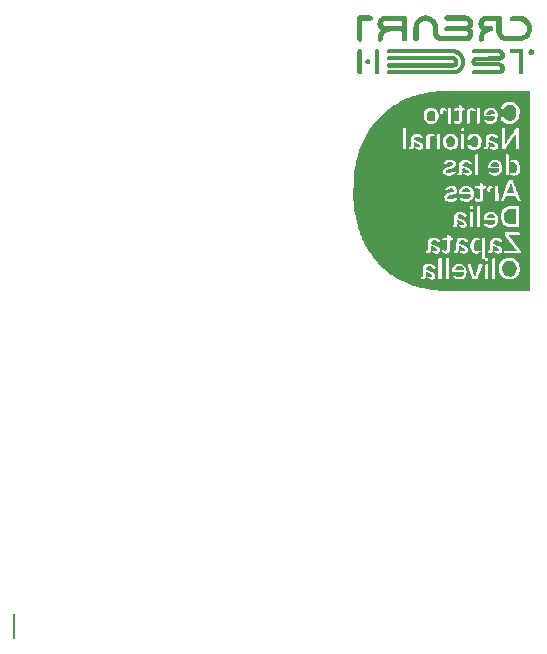
<source format=gbo>
G04 Layer: BottomSilkscreenLayer*
G04 EasyEDA v6.5.54, 2026-02-11 12:30:12*
G04 eb789f6f9b4241e9a458f17a6f4b8d6f,92e600de7ff74937a4e092c024f19ce6,10*
G04 Gerber Generator version 0.2*
G04 Scale: 100 percent, Rotated: No, Reflected: No *
G04 Dimensions in millimeters *
G04 leading zeros omitted , absolute positions ,4 integer and 5 decimal *
%FSLAX45Y45*%
%MOMM*%

%ADD10C,0.1270*%
%ADD11C,0.0150*%

%LPD*%
G36*
X-3487674Y8128253D02*
G01*
X-3500272Y8127339D01*
X-3507232Y8123783D01*
X-3512972Y8117027D01*
X-3512972Y8115757D01*
X-3515360Y8111490D01*
X-3515360Y7921853D01*
X-3511956Y7915402D01*
X-3506978Y7909864D01*
X-3502609Y7907375D01*
X-3494887Y7905546D01*
X-3489350Y7906308D01*
X-3483508Y7908290D01*
X-3478631Y7912303D01*
X-3476091Y7914944D01*
X-3472230Y7922920D01*
X-3471672Y8081873D01*
X-3470300Y8083296D01*
X-3401364Y8083803D01*
X-3394100Y8086852D01*
X-3387953Y8092592D01*
X-3384397Y8099806D01*
X-3384346Y8111490D01*
X-3387648Y8118449D01*
X-3392830Y8123529D01*
X-3398164Y8126577D01*
X-3406698Y8128152D01*
G37*
G36*
X-2934766Y8128152D02*
G01*
X-2946501Y8127187D01*
X-2956052Y8126120D01*
X-2972054Y8121243D01*
X-2976829Y8118703D01*
X-2978556Y8118703D01*
X-2981096Y8116722D01*
X-2993339Y8110016D01*
X-3002940Y8102193D01*
X-3009747Y8096046D01*
X-3020009Y8083803D01*
X-3022142Y8080654D01*
X-3027172Y8071561D01*
X-3028442Y8068868D01*
X-3029915Y8067141D01*
X-3032607Y8059826D01*
X-3033979Y8054441D01*
X-3035096Y8052308D01*
X-3037941Y8041182D01*
X-3039364Y8020405D01*
X-3039414Y7930235D01*
X-3038297Y7922006D01*
X-3035046Y7916265D01*
X-3030474Y7911541D01*
X-3023819Y7908188D01*
X-3016961Y7907121D01*
X-3010001Y7908340D01*
X-3004667Y7911033D01*
X-2999536Y7915859D01*
X-2995472Y7922920D01*
X-2994914Y8030565D01*
X-2992424Y8040116D01*
X-2989224Y8049463D01*
X-2987751Y8050631D01*
X-2987751Y8051901D01*
X-2982722Y8059267D01*
X-2977388Y8065668D01*
X-2972562Y8070088D01*
X-2967126Y8074456D01*
X-2957626Y8079333D01*
X-2946704Y8082432D01*
X-2934919Y8083753D01*
X-2923032Y8082483D01*
X-2912110Y8079282D01*
X-2902813Y8074406D01*
X-2895193Y8068614D01*
X-2890012Y8063484D01*
X-2884525Y8056625D01*
X-2879547Y8047075D01*
X-2876397Y8037779D01*
X-2874619Y8024164D01*
X-2874924Y7991449D01*
X-2873146Y7969300D01*
X-2870555Y7961630D01*
X-2870555Y7960207D01*
X-2868472Y7955991D01*
X-2868371Y7954365D01*
X-2864205Y7946898D01*
X-2862630Y7943443D01*
X-2853893Y7932521D01*
X-2849321Y7928102D01*
X-2841091Y7921853D01*
X-2829560Y7915249D01*
X-2826613Y7914538D01*
X-2825546Y7913725D01*
X-2818688Y7911947D01*
X-2816606Y7910830D01*
X-2806395Y7909255D01*
X-2772816Y7908493D01*
X-2596540Y7908645D01*
X-2585313Y7909814D01*
X-2582113Y7910525D01*
X-2572004Y7913776D01*
X-2563469Y7918246D01*
X-2558186Y7921853D01*
X-2548737Y7930388D01*
X-2542184Y7938617D01*
X-2536698Y7949590D01*
X-2533954Y7958124D01*
X-2532075Y7967167D01*
X-2532075Y7984185D01*
X-2535021Y7995005D01*
X-2537206Y8000187D01*
X-2540508Y8007096D01*
X-2546553Y8016138D01*
X-2547772Y8018475D01*
X-2543708Y8023606D01*
X-2539796Y8029600D01*
X-2539796Y8030565D01*
X-2538069Y8033715D01*
X-2534970Y8041182D01*
X-2532176Y8052358D01*
X-2531770Y8065719D01*
X-2533294Y8074761D01*
X-2534869Y8081162D01*
X-2537561Y8088579D01*
X-2543505Y8099247D01*
X-2550718Y8107832D01*
X-2558694Y8114741D01*
X-2563672Y8118144D01*
X-2566568Y8119262D01*
X-2569413Y8121294D01*
X-2583180Y8126018D01*
X-2592781Y8127492D01*
X-2758998Y8127492D01*
X-2765247Y8125104D01*
X-2770784Y8121294D01*
X-2774543Y8116316D01*
X-2776931Y8110981D01*
X-2777490Y8102447D01*
X-2774696Y8094573D01*
X-2770276Y8088833D01*
X-2768041Y8087664D01*
X-2765907Y8085836D01*
X-2760065Y8083296D01*
X-2592781Y8082737D01*
X-2586990Y8080298D01*
X-2582672Y8076895D01*
X-2580335Y8074304D01*
X-2577642Y8069325D01*
X-2575966Y8061452D01*
X-2577693Y8053984D01*
X-2579624Y8049717D01*
X-2584246Y8044840D01*
X-2590139Y8041640D01*
X-2592781Y8040674D01*
X-2758440Y8040116D01*
X-2765399Y8037779D01*
X-2771952Y8032902D01*
X-2775153Y8027873D01*
X-2777490Y8020964D01*
X-2776931Y8012430D01*
X-2774086Y8006029D01*
X-2770428Y8001609D01*
X-2765399Y7997952D01*
X-2757932Y7995361D01*
X-2591714Y7994853D01*
X-2585567Y7991805D01*
X-2579166Y7985912D01*
X-2577947Y7983677D01*
X-2576169Y7975650D01*
X-2576982Y7969300D01*
X-2578455Y7964982D01*
X-2581859Y7960055D01*
X-2586380Y7956346D01*
X-2589936Y7954568D01*
X-2597962Y7953044D01*
X-2752039Y7953146D01*
X-2805328Y7953908D01*
X-2810662Y7955838D01*
X-2816504Y7958632D01*
X-2824480Y7966709D01*
X-2826816Y7969910D01*
X-2827578Y7973009D01*
X-2829814Y7977276D01*
X-2830474Y8030565D01*
X-2832150Y8039049D01*
X-2832862Y8046516D01*
X-2834436Y8050784D01*
X-2839059Y8065160D01*
X-2846628Y8079333D01*
X-2849016Y8082737D01*
X-2858770Y8095030D01*
X-2864459Y8100364D01*
X-2875940Y8109813D01*
X-2890012Y8117789D01*
X-2896412Y8120735D01*
X-2911856Y8125561D01*
X-2917698Y8126628D01*
G37*
G36*
X-2309926Y8126120D02*
G01*
X-2429256Y8125866D01*
X-2439365Y8123529D01*
X-2447391Y8120786D01*
X-2458567Y8114842D01*
X-2465984Y8108848D01*
X-2470861Y8104073D01*
X-2476804Y8096605D01*
X-2481732Y8087868D01*
X-2484221Y8082178D01*
X-2485593Y8076336D01*
X-2487015Y8074202D01*
X-2488234Y8056981D01*
X-2487015Y8044535D01*
X-2486101Y8042757D01*
X-2484323Y8035848D01*
X-2482951Y8033715D01*
X-2481224Y8028584D01*
X-2473147Y8016392D01*
X-2465476Y8008620D01*
X-2460498Y8004657D01*
X-2460142Y8002320D01*
X-2461768Y7999628D01*
X-2465171Y7995869D01*
X-2469642Y7989519D01*
X-2472994Y7985252D01*
X-2478989Y7973009D01*
X-2484526Y7956499D01*
X-2487117Y7942630D01*
X-2487269Y7923479D01*
X-2483459Y7916011D01*
X-2479040Y7911033D01*
X-2473401Y7907883D01*
X-2466086Y7906003D01*
X-2458567Y7907324D01*
X-2452166Y7910271D01*
X-2447696Y7914640D01*
X-2444800Y7919212D01*
X-2443429Y7923784D01*
X-2441244Y7945831D01*
X-2439162Y7951165D01*
X-2437942Y7955991D01*
X-2436977Y7957108D01*
X-2432253Y7966709D01*
X-2427122Y7972958D01*
X-2424480Y7975803D01*
X-2417622Y7981442D01*
X-2408986Y7986420D01*
X-2403144Y7987842D01*
X-2397506Y7989773D01*
X-2380234Y7991957D01*
X-2374950Y7993125D01*
X-2369362Y7996224D01*
X-2364943Y8001253D01*
X-2361692Y8008162D01*
X-2361590Y8019897D01*
X-2364892Y8026806D01*
X-2369718Y8032140D01*
X-2376525Y8035493D01*
X-2378659Y8036306D01*
X-2426614Y8036966D01*
X-2432913Y8039506D01*
X-2440432Y8047075D01*
X-2444089Y8056321D01*
X-2443378Y8063890D01*
X-2440787Y8070189D01*
X-2437790Y8074202D01*
X-2434132Y8077403D01*
X-2430475Y8079943D01*
X-2424988Y8081416D01*
X-2337562Y8081416D01*
X-2335834Y8080095D01*
X-2335479Y7985252D01*
X-2331618Y7969808D01*
X-2329484Y7963966D01*
X-2327198Y7959140D01*
X-2326182Y7957566D01*
X-2324049Y7952790D01*
X-2315819Y7940548D01*
X-2305100Y7929880D01*
X-2294026Y7921701D01*
X-2281732Y7915402D01*
X-2267864Y7910880D01*
X-2255062Y7908645D01*
X-2141626Y7908188D01*
X-2116124Y7910931D01*
X-2098497Y7916418D01*
X-2083562Y7924088D01*
X-2079345Y7926527D01*
X-2063851Y7939582D01*
X-2053031Y7952333D01*
X-2047748Y7960207D01*
X-2039620Y7976209D01*
X-2039620Y7977428D01*
X-2034336Y7993278D01*
X-2033016Y8004454D01*
X-2032965Y8024672D01*
X-2034438Y8037423D01*
X-2039670Y8053425D01*
X-2042414Y8060385D01*
X-2043226Y8061452D01*
X-2047748Y8069935D01*
X-2049729Y8072475D01*
X-2049729Y8073745D01*
X-2063038Y8089798D01*
X-2072386Y8097621D01*
X-2078888Y8103616D01*
X-2096922Y8113268D01*
X-2113381Y8118602D01*
X-2121916Y8120227D01*
X-2140000Y8121954D01*
X-2205532Y8121650D01*
X-2213559Y8117789D01*
X-2220061Y8110829D01*
X-2222957Y8103412D01*
X-2222550Y8093913D01*
X-2219706Y8087766D01*
X-2213508Y8081264D01*
X-2207666Y8078622D01*
X-2204466Y8077504D01*
X-2132025Y8076742D01*
X-2124557Y8075625D01*
X-2114143Y8072272D01*
X-2106980Y8068513D01*
X-2100630Y8064195D01*
X-2093722Y8058353D01*
X-2086102Y8048650D01*
X-2080209Y8037474D01*
X-2079447Y8033715D01*
X-2077974Y8030870D01*
X-2076754Y8015071D01*
X-2077923Y7999577D01*
X-2079904Y7994853D01*
X-2080564Y7991551D01*
X-2083816Y7986318D01*
X-2086457Y7981543D01*
X-2091029Y7975549D01*
X-2096160Y7970062D01*
X-2102815Y7964424D01*
X-2112619Y7958886D01*
X-2126691Y7954213D01*
X-2143760Y7952943D01*
X-2254554Y7953349D01*
X-2264816Y7956702D01*
X-2270506Y7959598D01*
X-2273554Y7961833D01*
X-2281580Y7969300D01*
X-2286203Y7976209D01*
X-2288794Y7982051D01*
X-2290013Y7986877D01*
X-2291588Y7990890D01*
X-2291588Y8102447D01*
X-2292553Y8111134D01*
X-2296007Y8117382D01*
X-2299309Y8120888D01*
X-2304237Y8124088D01*
G37*
G36*
X-3112160Y8126069D02*
G01*
X-3284728Y8125815D01*
X-3292703Y8124088D01*
X-3296970Y8122920D01*
X-3301237Y8121243D01*
X-3313328Y8115249D01*
X-3322015Y8108340D01*
X-3328212Y8101990D01*
X-3330295Y8098180D01*
X-3333445Y8093405D01*
X-3335172Y8089646D01*
X-3336493Y8088071D01*
X-3339744Y8079536D01*
X-3341979Y8072577D01*
X-3343000Y8060436D01*
X-3299307Y8060436D01*
X-3297986Y8066887D01*
X-3293516Y8074202D01*
X-3289554Y8077403D01*
X-3285286Y8079892D01*
X-3279444Y8081416D01*
X-3140354Y8081416D01*
X-3137712Y8080044D01*
X-3137509Y8039404D01*
X-3139643Y8036661D01*
X-3279089Y8036661D01*
X-3286963Y8039150D01*
X-3291840Y8042554D01*
X-3295497Y8047075D01*
X-3298342Y8052663D01*
X-3299307Y8060436D01*
X-3343000Y8060436D01*
X-3343148Y8058759D01*
X-3342436Y8048244D01*
X-3339896Y8038439D01*
X-3336544Y8030006D01*
X-3325926Y8013293D01*
X-3321405Y8009229D01*
X-3315868Y8005013D01*
X-3315868Y8003743D01*
X-3315309Y8002219D01*
X-3321456Y7994700D01*
X-3328162Y7985556D01*
X-3329584Y7981543D01*
X-3334512Y7971790D01*
X-3334562Y7970367D01*
X-3335985Y7967522D01*
X-3339795Y7954365D01*
X-3340506Y7948523D01*
X-3341522Y7945018D01*
X-3342386Y7930388D01*
X-3341522Y7922920D01*
X-3339134Y7917637D01*
X-3335883Y7913268D01*
X-3331616Y7909966D01*
X-3326282Y7907223D01*
X-3318154Y7906562D01*
X-3312414Y7907883D01*
X-3307486Y7910525D01*
X-3302152Y7916011D01*
X-3299256Y7921599D01*
X-3296716Y7945374D01*
X-3293973Y7953857D01*
X-3289706Y7962341D01*
X-3286302Y7967827D01*
X-3279394Y7975752D01*
X-3271926Y7981594D01*
X-3263950Y7986318D01*
X-3248761Y7990281D01*
X-3236061Y7991906D01*
X-3140202Y7991906D01*
X-3137712Y7989874D01*
X-3137154Y7922920D01*
X-3133547Y7916214D01*
X-3129432Y7911998D01*
X-3123692Y7908340D01*
X-3118561Y7907172D01*
X-3111093Y7907172D01*
X-3107893Y7908188D01*
X-3103067Y7910372D01*
X-3097022Y7916062D01*
X-3093516Y7923479D01*
X-3093516Y8109356D01*
X-3097123Y8117128D01*
X-3103524Y8123072D01*
X-3108401Y8125256D01*
G37*
G36*
X-2205532Y7845958D02*
G01*
X-2211984Y7844536D01*
X-2216912Y7841640D01*
X-2220823Y7837322D01*
X-2223516Y7831480D01*
X-2223516Y7822285D01*
X-2220163Y7815732D01*
X-2215489Y7811414D01*
X-2210866Y7808925D01*
X-2148535Y7808671D01*
X-2146401Y7808214D01*
X-2145080Y7805978D01*
X-2145080Y7651800D01*
X-2144014Y7643368D01*
X-2141880Y7638948D01*
X-2138222Y7634681D01*
X-2131517Y7631023D01*
X-2121357Y7631023D01*
X-2115820Y7633970D01*
X-2112111Y7637221D01*
X-2108860Y7643012D01*
X-2107996Y7650225D01*
X-2108047Y7831836D01*
X-2110689Y7837170D01*
X-2114854Y7841691D01*
X-2118614Y7844028D01*
X-2125116Y7845907D01*
G37*
G36*
X-3349853Y7843824D02*
G01*
X-3355949Y7841132D01*
X-3359607Y7838338D01*
X-3363468Y7832598D01*
X-3364331Y7828127D01*
X-3364382Y7643164D01*
X-3363264Y7637475D01*
X-3359302Y7631684D01*
X-3350768Y7627518D01*
X-3340100Y7627924D01*
X-3332378Y7631988D01*
X-3328415Y7638491D01*
X-3328415Y7831836D01*
X-3331616Y7837373D01*
X-3336950Y7841742D01*
X-3340658Y7842758D01*
X-3342233Y7843824D01*
G37*
G36*
X-3498138Y7843824D02*
G01*
X-3504742Y7840827D01*
X-3508857Y7836255D01*
X-3511397Y7830616D01*
X-3512413Y7824419D01*
X-3512464Y7644282D01*
X-3509772Y7635849D01*
X-3506114Y7630871D01*
X-3499916Y7627874D01*
X-3488182Y7627874D01*
X-3481273Y7631684D01*
X-3477920Y7636052D01*
X-3475685Y7641996D01*
X-3475685Y7828635D01*
X-3477564Y7833461D01*
X-3480054Y7837881D01*
X-3485032Y7841640D01*
X-3490315Y7843774D01*
G37*
G36*
X-2310993Y7843723D02*
G01*
X-2528316Y7843570D01*
X-2535326Y7840268D01*
X-2539644Y7835747D01*
X-2542641Y7830261D01*
X-2543098Y7821523D01*
X-2539898Y7814818D01*
X-2535834Y7810144D01*
X-2532075Y7808569D01*
X-2526741Y7806893D01*
X-2310485Y7806283D01*
X-2307285Y7804505D01*
X-2303424Y7800441D01*
X-2301494Y7796682D01*
X-2301443Y7789265D01*
X-2304846Y7783931D01*
X-2310333Y7780172D01*
X-2511298Y7779613D01*
X-2520086Y7777276D01*
X-2526588Y7773974D01*
X-2532075Y7770215D01*
X-2537714Y7764729D01*
X-2542997Y7757109D01*
X-2542997Y7756499D01*
X-2545537Y7750911D01*
X-2547874Y7741564D01*
X-2547467Y7732268D01*
X-2545537Y7723886D01*
X-2543200Y7718907D01*
X-2539593Y7712608D01*
X-2533396Y7706004D01*
X-2527808Y7701686D01*
X-2520035Y7697825D01*
X-2511806Y7695539D01*
X-2311552Y7694980D01*
X-2309368Y7693914D01*
X-2304338Y7690713D01*
X-2304338Y7689596D01*
X-2301443Y7685379D01*
X-2301443Y7677912D01*
X-2304846Y7672070D01*
X-2310333Y7668310D01*
X-2530449Y7667802D01*
X-2533904Y7665923D01*
X-2535478Y7665923D01*
X-2541981Y7660538D01*
X-2545334Y7653934D01*
X-2545384Y7644333D01*
X-2541930Y7637729D01*
X-2537409Y7633309D01*
X-2531516Y7630515D01*
X-2309418Y7630515D01*
X-2298242Y7633004D01*
X-2288489Y7637678D01*
X-2279954Y7644079D01*
X-2274773Y7650225D01*
X-2272080Y7653934D01*
X-2268524Y7660284D01*
X-2266442Y7666177D01*
X-2265019Y7671511D01*
X-2263698Y7680756D01*
X-2264359Y7686446D01*
X-2265883Y7696301D01*
X-2267458Y7698689D01*
X-2268220Y7702397D01*
X-2270810Y7706410D01*
X-2270810Y7707274D01*
X-2274214Y7711998D01*
X-2279294Y7717993D01*
X-2287676Y7724394D01*
X-2295652Y7728661D01*
X-2307793Y7732166D01*
X-2506472Y7732775D01*
X-2509926Y7734858D01*
X-2510383Y7736078D01*
X-2509672Y7739380D01*
X-2507284Y7742123D01*
X-2321153Y7742123D01*
X-2305050Y7743139D01*
X-2293772Y7746898D01*
X-2287016Y7750860D01*
X-2281174Y7755128D01*
X-2276297Y7759953D01*
X-2271522Y7766354D01*
X-2266543Y7776514D01*
X-2263851Y7790942D01*
X-2263851Y7796225D01*
X-2265578Y7806283D01*
X-2270302Y7817205D01*
X-2271522Y7819593D01*
X-2278786Y7828737D01*
X-2283866Y7832953D01*
X-2287828Y7835900D01*
X-2298242Y7841030D01*
X-2308352Y7843316D01*
G37*
G36*
X-2041499Y7842250D02*
G01*
X-2048154Y7841132D01*
X-2054504Y7837830D01*
X-2060752Y7831328D01*
X-2063597Y7825536D01*
X-2064867Y7817662D01*
X-2063597Y7810246D01*
X-2060244Y7804150D01*
X-2055875Y7799527D01*
X-2050491Y7796072D01*
X-2046782Y7794904D01*
X-2039670Y7793583D01*
X-2031339Y7795412D01*
X-2026564Y7797698D01*
X-2021433Y7802473D01*
X-2018233Y7807248D01*
X-2016150Y7812684D01*
X-2015489Y7819136D01*
X-2017725Y7827924D01*
X-2020722Y7832902D01*
X-2026208Y7838236D01*
X-2031949Y7841132D01*
X-2037740Y7842097D01*
G37*
G36*
X-2702509Y7842097D02*
G01*
X-3250082Y7841996D01*
X-3256483Y7838287D01*
X-3260496Y7833969D01*
X-3262884Y7829194D01*
X-3262884Y7818526D01*
X-3260293Y7813243D01*
X-3256788Y7809382D01*
X-3249472Y7806029D01*
X-2701442Y7805724D01*
X-2689148Y7803489D01*
X-2680157Y7800644D01*
X-2668981Y7795107D01*
X-2662224Y7790027D01*
X-2661767Y7790027D01*
X-2655265Y7783931D01*
X-2648153Y7775397D01*
X-2645054Y7770622D01*
X-2641041Y7763002D01*
X-2636774Y7750251D01*
X-2635402Y7738618D01*
X-2635402Y7730642D01*
X-2636774Y7719110D01*
X-2640330Y7708290D01*
X-2644394Y7700264D01*
X-2649372Y7692288D01*
X-2656179Y7684770D01*
X-2665882Y7676642D01*
X-2672689Y7672679D01*
X-2680970Y7668615D01*
X-2682087Y7668615D01*
X-2690063Y7665872D01*
X-2703576Y7664145D01*
X-3250082Y7663535D01*
X-3255111Y7660944D01*
X-3258870Y7657896D01*
X-3262884Y7650734D01*
X-3262884Y7640116D01*
X-3260344Y7634884D01*
X-3257143Y7631277D01*
X-3250641Y7627823D01*
X-2701442Y7627569D01*
X-2690317Y7628636D01*
X-2675890Y7631277D01*
X-2665780Y7634325D01*
X-2655620Y7639405D01*
X-2647594Y7643875D01*
X-2642260Y7647787D01*
X-2630068Y7657896D01*
X-2625598Y7662976D01*
X-2615895Y7674711D01*
X-2606497Y7693914D01*
X-2602026Y7707731D01*
X-2599994Y7716824D01*
X-2598318Y7733842D01*
X-2599486Y7749286D01*
X-2601061Y7758328D01*
X-2606903Y7776616D01*
X-2609748Y7782306D01*
X-2611018Y7783931D01*
X-2611780Y7786573D01*
X-2615082Y7793481D01*
X-2617825Y7797241D01*
X-2626614Y7808061D01*
X-2636977Y7817002D01*
X-2645511Y7823809D01*
X-2661462Y7832699D01*
X-2666288Y7834884D01*
X-2686558Y7840725D01*
G37*
G36*
X-2706268Y7785150D02*
G01*
X-3248507Y7784998D01*
X-3254705Y7782509D01*
X-3260445Y7776972D01*
X-3262782Y7771688D01*
X-3263290Y7763662D01*
X-3261461Y7757515D01*
X-3256381Y7751368D01*
X-3248964Y7747965D01*
X-2704084Y7747711D01*
X-2698800Y7744256D01*
X-2695905Y7740599D01*
X-2694787Y7735773D01*
X-2695854Y7730337D01*
X-2698699Y7726578D01*
X-2704134Y7723479D01*
X-3245866Y7723428D01*
X-3251453Y7721955D01*
X-3255975Y7719618D01*
X-3259480Y7716266D01*
X-3261969Y7711998D01*
X-3263798Y7705496D01*
X-3262122Y7697470D01*
X-3259175Y7692796D01*
X-3254908Y7689037D01*
X-3248406Y7686192D01*
X-2703576Y7686192D01*
X-2697175Y7687106D01*
X-2689453Y7689392D01*
X-2683306Y7692339D01*
X-2680004Y7694675D01*
X-2679090Y7694726D01*
X-2673756Y7699603D01*
X-2672588Y7700264D01*
X-2665222Y7709357D01*
X-2660142Y7720279D01*
X-2658516Y7729067D01*
X-2657602Y7735874D01*
X-2660091Y7750352D01*
X-2663240Y7757820D01*
X-2665679Y7762087D01*
X-2670454Y7768488D01*
X-2676855Y7774279D01*
X-2680665Y7777073D01*
X-2687624Y7780883D01*
X-2695600Y7783728D01*
G37*
G36*
X-3425393Y7757007D02*
G01*
X-3431489Y7755432D01*
X-3435858Y7753197D01*
X-3440480Y7748930D01*
X-3443274Y7744206D01*
X-3445459Y7737551D01*
X-3445357Y7732877D01*
X-3442512Y7724394D01*
X-3435451Y7717231D01*
X-3428034Y7714488D01*
X-3422954Y7713827D01*
X-3414674Y7716062D01*
X-3409696Y7719263D01*
X-3405886Y7723936D01*
X-3402736Y7731404D01*
X-3402736Y7739481D01*
X-3406190Y7747558D01*
X-3410965Y7752537D01*
X-3416909Y7755940D01*
X-3422700Y7756906D01*
G37*
G36*
X-2053742Y7491425D02*
G01*
X-2751632Y7490002D01*
X-2833827Y7486650D01*
X-2861005Y7482382D01*
X-2887167Y7480401D01*
X-2905658Y7475931D01*
X-2930296Y7473137D01*
X-2942590Y7469936D01*
X-2964180Y7464856D01*
X-2985719Y7460691D01*
X-3008477Y7454442D01*
X-3011932Y7451699D01*
X-3028645Y7448194D01*
X-3032048Y7445349D01*
X-3044240Y7442301D01*
X-3065830Y7434173D01*
X-3076397Y7431024D01*
X-3087319Y7425181D01*
X-3090265Y7425181D01*
X-3145891Y7398867D01*
X-3170529Y7385202D01*
X-3178251Y7381290D01*
X-3201314Y7366253D01*
X-3225952Y7350506D01*
X-3240227Y7339685D01*
X-3248812Y7333538D01*
X-3267557Y7318603D01*
X-3269081Y7316368D01*
X-3286048Y7303211D01*
X-3299709Y7290714D01*
X-2951073Y7290714D01*
X-2945231Y7307325D01*
X-2936595Y7322566D01*
X-2925622Y7333538D01*
X-2906166Y7343851D01*
X-2882544Y7344714D01*
X-2867355Y7343343D01*
X-2859430Y7338161D01*
X-2848051Y7332370D01*
X-2836265Y7318146D01*
X-2831287Y7310272D01*
X-2829522Y7304278D01*
X-2814015Y7304278D01*
X-2814015Y7323632D01*
X-2809849Y7333538D01*
X-2797048Y7345070D01*
X-2785516Y7344664D01*
X-2774035Y7342784D01*
X-2757119Y7330440D01*
X-2755188Y7321753D01*
X-2756916Y7320076D01*
X-2760878Y7322108D01*
X-2768600Y7326579D01*
X-2780284Y7326579D01*
X-2787853Y7319060D01*
X-2787873Y7318705D01*
X-2755493Y7318705D01*
X-2752750Y7320432D01*
X-2749499Y7316470D01*
X-2752090Y7312304D01*
X-2755493Y7318705D01*
X-2787873Y7318705D01*
X-2788310Y7311948D01*
X-2788035Y7305497D01*
X-2747822Y7305497D01*
X-2743962Y7310120D01*
X-2742336Y7340295D01*
X-2740863Y7341666D01*
X-2722168Y7343800D01*
X-2717749Y7338466D01*
X-2716784Y7234986D01*
X-2716923Y7223506D01*
X-2698496Y7223506D01*
X-2698394Y7231888D01*
X-2693873Y7237882D01*
X-2693873Y7243267D01*
X-2690774Y7245146D01*
X-2677414Y7234224D01*
X-2665018Y7234224D01*
X-2656890Y7240625D01*
X-2652318Y7249464D01*
X-2652318Y7318857D01*
X-2659735Y7323683D01*
X-2686100Y7321550D01*
X-2693873Y7326680D01*
X-2693873Y7337602D01*
X-2690469Y7343952D01*
X-2663240Y7341920D01*
X-2652318Y7346442D01*
X-2652318Y7366863D01*
X-2649118Y7372807D01*
X-2646934Y7372603D01*
X-2631541Y7362190D01*
X-2626106Y7357414D01*
X-2626106Y7348423D01*
X-2624277Y7343546D01*
X-2609189Y7343546D01*
X-2602738Y7337094D01*
X-2604820Y7325817D01*
X-2607767Y7322769D01*
X-2625344Y7321194D01*
X-2625445Y7315453D01*
X-2587955Y7315453D01*
X-2583332Y7322769D01*
X-2581249Y7329779D01*
X-2573629Y7337399D01*
X-2572105Y7337399D01*
X-2563723Y7343597D01*
X-2539136Y7344918D01*
X-2533091Y7343190D01*
X-2525268Y7338314D01*
X-2510637Y7326325D01*
X-2510637Y7320127D01*
X-2522169Y7322362D01*
X-2547366Y7322769D01*
X-2555595Y7315047D01*
X-2558775Y7308900D01*
X-2501849Y7308900D01*
X-2501188Y7316571D01*
X-2500376Y7336586D01*
X-2499868Y7339990D01*
X-2491994Y7343546D01*
X-2475382Y7343546D01*
X-2473553Y7340600D01*
X-2473287Y7276134D01*
X-2444394Y7276134D01*
X-2444292Y7295032D01*
X-2438603Y7315962D01*
X-2433624Y7321448D01*
X-2433624Y7324852D01*
X-2419604Y7336332D01*
X-2403602Y7343851D01*
X-2372766Y7344968D01*
X-2363571Y7342327D01*
X-2302510Y7342327D01*
X-2292705Y7362190D01*
X-2272690Y7382967D01*
X-2260346Y7388301D01*
X-2251151Y7393330D01*
X-2203399Y7394244D01*
X-2194153Y7391603D01*
X-2180285Y7384745D01*
X-2166416Y7373620D01*
X-2158492Y7365847D01*
X-2147773Y7350455D01*
X-2139746Y7327392D01*
X-2138121Y7298537D01*
X-2141067Y7272731D01*
X-2147011Y7257643D01*
X-2157882Y7240625D01*
X-2171496Y7226858D01*
X-2184908Y7219035D01*
X-2206091Y7211110D01*
X-2239721Y7211110D01*
X-2260193Y7217714D01*
X-2271166Y7224014D01*
X-2281936Y7231888D01*
X-2284831Y7236510D01*
X-2293467Y7244130D01*
X-2293467Y7247026D01*
X-2297684Y7251903D01*
X-2301036Y7262012D01*
X-2299512Y7265974D01*
X-2285593Y7277608D01*
X-2278176Y7275728D01*
X-2275027Y7264247D01*
X-2263444Y7249058D01*
X-2248763Y7240066D01*
X-2231085Y7235850D01*
X-2214626Y7235748D01*
X-2197658Y7240676D01*
X-2188006Y7247432D01*
X-2178659Y7256525D01*
X-2170531Y7273493D01*
X-2166721Y7296556D01*
X-2166721Y7302753D01*
X-2170176Y7332014D01*
X-2179320Y7350810D01*
X-2188210Y7359700D01*
X-2198776Y7364831D01*
X-2211324Y7369962D01*
X-2241905Y7368743D01*
X-2256180Y7362799D01*
X-2266543Y7353452D01*
X-2275128Y7340346D01*
X-2278837Y7328966D01*
X-2284018Y7327950D01*
X-2302510Y7342327D01*
X-2363571Y7342327D01*
X-2349906Y7335520D01*
X-2331974Y7317130D01*
X-2331974Y7311948D01*
X-2325624Y7301585D01*
X-2322677Y7275525D01*
X-2327148Y7249820D01*
X-2332024Y7240422D01*
X-2339238Y7229805D01*
X-2343505Y7225639D01*
X-2358948Y7215886D01*
X-2371242Y7210704D01*
X-2407513Y7210806D01*
X-2411628Y7214209D01*
X-2426157Y7221931D01*
X-2439771Y7233310D01*
X-2439720Y7239609D01*
X-2427325Y7249871D01*
X-2422855Y7248144D01*
X-2422855Y7245248D01*
X-2407869Y7234529D01*
X-2391156Y7231024D01*
X-2370328Y7233970D01*
X-2355088Y7243775D01*
X-2354986Y7247280D01*
X-2349042Y7259624D01*
X-2348941Y7270953D01*
X-2354529Y7272731D01*
X-2439619Y7272172D01*
X-2444394Y7276134D01*
X-2473287Y7276134D01*
X-2472994Y7216495D01*
X-2475128Y7213041D01*
X-2489454Y7211415D01*
X-2498852Y7214108D01*
X-2501087Y7217714D01*
X-2501849Y7308900D01*
X-2558775Y7308900D01*
X-2559710Y7307122D01*
X-2560574Y7218121D01*
X-2566060Y7212634D01*
X-2574544Y7212330D01*
X-2586837Y7212939D01*
X-2587650Y7213701D01*
X-2587955Y7315453D01*
X-2625445Y7315453D01*
X-2626918Y7234986D01*
X-2633675Y7224166D01*
X-2647848Y7210348D01*
X-2679242Y7210602D01*
X-2698496Y7223506D01*
X-2716923Y7223506D01*
X-2716987Y7218273D01*
X-2721152Y7211872D01*
X-2739085Y7212279D01*
X-2743149Y7217867D01*
X-2743149Y7294372D01*
X-2747822Y7305497D01*
X-2788035Y7305497D01*
X-2787548Y7292848D01*
X-2795168Y7290917D01*
X-2808630Y7293559D01*
X-2814015Y7304278D01*
X-2829522Y7304278D01*
X-2825953Y7291933D01*
X-2824581Y7266482D01*
X-2831084Y7247280D01*
X-2836367Y7236510D01*
X-2845816Y7225030D01*
X-2857601Y7217003D01*
X-2873298Y7210856D01*
X-2904388Y7210856D01*
X-2916377Y7217257D01*
X-2918764Y7217257D01*
X-2932531Y7227265D01*
X-2946450Y7248855D01*
X-2946552Y7256525D01*
X-2950972Y7264247D01*
X-2951073Y7290714D01*
X-3299709Y7290714D01*
X-3313480Y7278116D01*
X-3338372Y7252919D01*
X-3366160Y7221118D01*
X-3379215Y7205167D01*
X-3379215Y7202322D01*
X-3385362Y7196785D01*
X-3385362Y7194143D01*
X-3390747Y7188301D01*
X-3397961Y7177989D01*
X-3403084Y7170064D01*
X-3128619Y7170064D01*
X-3122777Y7172401D01*
X-3104032Y7172604D01*
X-3102000Y7170521D01*
X-3102000Y7149236D01*
X-2636418Y7149236D01*
X-2636113Y7169962D01*
X-2629966Y7172401D01*
X-2611221Y7172604D01*
X-2609189Y7170521D01*
X-2609189Y7148271D01*
X-2614066Y7146442D01*
X-2629001Y7146442D01*
X-2636418Y7149236D01*
X-3102000Y7149236D01*
X-3102000Y6997649D01*
X-3075838Y6997649D01*
X-3075838Y7009536D01*
X-3072638Y7015530D01*
X-3065424Y7015530D01*
X-3061208Y7020559D01*
X-3060801Y7076338D01*
X-3056128Y7098792D01*
X-3048304Y7110628D01*
X-3034792Y7121702D01*
X-3013456Y7124801D01*
X-3002686Y7124496D01*
X-2986125Y7122058D01*
X-2970326Y7113524D01*
X-2954172Y7101382D01*
X-2954172Y7094677D01*
X-2967532Y7081570D01*
X-2984754Y7098334D01*
X-3004464Y7101738D01*
X-3013456Y7101738D01*
X-3023971Y7098741D01*
X-3032658Y7090460D01*
X-3034588Y7080199D01*
X-3029559Y7072477D01*
X-3023616Y7072477D01*
X-3021888Y7069632D01*
X-3010357Y7066025D01*
X-2971139Y7047839D01*
X-2968040Y7047839D01*
X-2968040Y7045045D01*
X-2957728Y7032752D01*
X-2953715Y7018375D01*
X-2958795Y7007707D01*
X-2958795Y7003338D01*
X-2964928Y6997649D01*
X-2927959Y6997649D01*
X-2927959Y7096353D01*
X-2920695Y7111949D01*
X-2907995Y7122007D01*
X-2888691Y7124801D01*
X-2881020Y7124547D01*
X-2868422Y7120991D01*
X-2852775Y7107174D01*
X-2851759Y7100976D01*
X-2858516Y7100011D01*
X-2866491Y7105243D01*
X-2886405Y7103668D01*
X-2896735Y7095794D01*
X-2845003Y7095794D01*
X-2841904Y7099553D01*
X-2840939Y7120991D01*
X-2817723Y7121906D01*
X-2815539Y7119721D01*
X-2815539Y7077913D01*
X-2785516Y7077913D01*
X-2778048Y7094829D01*
X-2769057Y7106412D01*
X-2750616Y7120636D01*
X-2737764Y7123684D01*
X-2716225Y7124090D01*
X-2700832Y7122210D01*
X-2698564Y7120991D01*
X-2636113Y7120991D01*
X-2609189Y7121906D01*
X-2609112Y7089851D01*
X-2581605Y7089851D01*
X-2575763Y7096353D01*
X-2566060Y7110780D01*
X-2548229Y7121601D01*
X-2528316Y7124852D01*
X-2512923Y7124649D01*
X-2496007Y7120128D01*
X-2485237Y7112812D01*
X-2467508Y7095642D01*
X-2467508Y7089292D01*
X-2461615Y7077760D01*
X-2459532Y7053224D01*
X-2462682Y7036308D01*
X-2468016Y7020915D01*
X-2478024Y7009587D01*
X-2482799Y7002373D01*
X-2489200Y6999173D01*
X-2442870Y6999173D01*
X-2442870Y7011822D01*
X-2439162Y7015530D01*
X-2432558Y7015530D01*
X-2427224Y7021423D01*
X-2426360Y7087108D01*
X-2420518Y7103668D01*
X-2408428Y7115809D01*
X-2395677Y7123277D01*
X-2365095Y7124801D01*
X-2348839Y7120280D01*
X-2338933Y7115251D01*
X-2323998Y7104075D01*
X-2319934Y7096252D01*
X-2332837Y7081367D01*
X-2351227Y7097115D01*
X-2373223Y7103668D01*
X-2389733Y7099757D01*
X-2399893Y7089597D01*
X-2398979Y7075068D01*
X-2377389Y7066280D01*
X-2368194Y7061809D01*
X-2358948Y7059675D01*
X-2346604Y7053072D01*
X-2337358Y7047077D01*
X-2326233Y7036308D01*
X-2320950Y7020153D01*
X-2326182Y7003948D01*
X-2332707Y6996988D01*
X-2291689Y6996988D01*
X-2291080Y7170013D01*
X-2284984Y7172401D01*
X-2268067Y7172553D01*
X-2264257Y7170115D01*
X-2263444Y7042505D01*
X-2258212Y7041489D01*
X-2253335Y7050176D01*
X-2247392Y7059422D01*
X-2242210Y7068667D01*
X-2231796Y7082485D01*
X-2209596Y7114844D01*
X-2190750Y7141108D01*
X-2185568Y7150252D01*
X-2168499Y7172604D01*
X-2147570Y7172604D01*
X-2144014Y7168337D01*
X-2144877Y6996938D01*
X-2149500Y6993839D01*
X-2167432Y6994956D01*
X-2170328Y6999325D01*
X-2169922Y7119467D01*
X-2172157Y7124852D01*
X-2174138Y7124750D01*
X-2200300Y7085025D01*
X-2222703Y7053224D01*
X-2227376Y7047077D01*
X-2257501Y7003948D01*
X-2267051Y6993940D01*
X-2286000Y6993940D01*
X-2291689Y6996988D01*
X-2332707Y6996988D01*
X-2333802Y6995820D01*
X-2350719Y6989318D01*
X-2361234Y6989318D01*
X-2380488Y6998462D01*
X-2390343Y7008926D01*
X-2392375Y7017054D01*
X-2388412Y7017054D01*
X-2383586Y7012686D01*
X-2366365Y7009536D01*
X-2351227Y7013397D01*
X-2347417Y7020915D01*
X-2349296Y7031685D01*
X-2359964Y7042912D01*
X-2371598Y7044740D01*
X-2375458Y7049414D01*
X-2378964Y7049414D01*
X-2393442Y7057085D01*
X-2397709Y7057085D01*
X-2403246Y7050989D01*
X-2401112Y7037831D01*
X-2399334Y7023303D01*
X-2404364Y7012736D01*
X-2404364Y7001865D01*
X-2414371Y6994702D01*
X-2438806Y6993585D01*
X-2442870Y6999173D01*
X-2489200Y6999173D01*
X-2499055Y6994245D01*
X-2521915Y6988809D01*
X-2541066Y6992061D01*
X-2560675Y7000494D01*
X-2575560Y7016292D01*
X-2581452Y7027672D01*
X-2579471Y7032853D01*
X-2560015Y7041896D01*
X-2553512Y7028027D01*
X-2537917Y7012431D01*
X-2512110Y7012431D01*
X-2499715Y7020610D01*
X-2489809Y7034784D01*
X-2489809Y7081012D01*
X-2501239Y7098233D01*
X-2519273Y7103313D01*
X-2529890Y7103262D01*
X-2541625Y7100011D01*
X-2553462Y7089343D01*
X-2559913Y7075576D01*
X-2567889Y7075576D01*
X-2575712Y7081723D01*
X-2579573Y7081723D01*
X-2581605Y7089851D01*
X-2609112Y7089851D01*
X-2609291Y6996379D01*
X-2613050Y6993839D01*
X-2633675Y6994804D01*
X-2635097Y6996277D01*
X-2636113Y7120991D01*
X-2698564Y7120991D01*
X-2684576Y7113422D01*
X-2669235Y7095286D01*
X-2669235Y7090460D01*
X-2664764Y7085482D01*
X-2659634Y7060184D01*
X-2664510Y7031380D01*
X-2672740Y7014768D01*
X-2690418Y6997750D01*
X-2707284Y6992416D01*
X-2732633Y6988809D01*
X-2741320Y6993940D01*
X-2744927Y6993940D01*
X-2761284Y7001459D01*
X-2777337Y7019696D01*
X-2785059Y7037831D01*
X-2785516Y7077913D01*
X-2815539Y7077913D01*
X-2815539Y6998817D01*
X-2820416Y6993940D01*
X-2838043Y6993940D01*
X-2841752Y6997649D01*
X-2841752Y7084059D01*
X-2845003Y7095794D01*
X-2896870Y7095693D01*
X-2901797Y7081164D01*
X-2901797Y6995820D01*
X-2906674Y6993940D01*
X-2924302Y6993940D01*
X-2927959Y6997649D01*
X-2964928Y6997649D01*
X-2967228Y6995515D01*
X-2986633Y6989013D01*
X-3007817Y6994245D01*
X-3019653Y7002932D01*
X-3026765Y7015530D01*
X-3021584Y7017512D01*
X-3019552Y7014159D01*
X-3010916Y7010908D01*
X-2989427Y7010908D01*
X-2981858Y7018477D01*
X-2981858Y7030516D01*
X-2987700Y7037831D01*
X-2998063Y7042962D01*
X-3015589Y7050938D01*
X-3017418Y7050938D01*
X-3026308Y7057491D01*
X-3034030Y7055561D01*
X-3034995Y7045553D01*
X-3032810Y7027062D01*
X-3034639Y7011670D01*
X-3038703Y7003643D01*
X-3049727Y6993940D01*
X-3072130Y6993940D01*
X-3075838Y6997649D01*
X-3102000Y6997649D01*
X-3102000Y6995820D01*
X-3106877Y6993940D01*
X-3122777Y6994194D01*
X-3128162Y6996277D01*
X-3128619Y7170064D01*
X-3403084Y7170064D01*
X-3410762Y7157974D01*
X-3419856Y7145985D01*
X-3424631Y7137196D01*
X-3442970Y7105599D01*
X-3459479Y7071715D01*
X-3462274Y7067092D01*
X-3468725Y7053224D01*
X-3479596Y7025538D01*
X-3482390Y7022592D01*
X-3482390Y7017816D01*
X-3487267Y7008571D01*
X-3496157Y6980885D01*
X-3499459Y6971639D01*
X-3507393Y6946646D01*
X-2516886Y6946646D01*
X-2511704Y6952386D01*
X-2494280Y6952386D01*
X-2490622Y6948678D01*
X-2490622Y6948170D01*
X-2256536Y6948170D01*
X-2253081Y6952386D01*
X-2235200Y6952386D01*
X-2230323Y6947509D01*
X-2230323Y6881520D01*
X-2221128Y6881520D01*
X-2216861Y6891528D01*
X-2207818Y6900062D01*
X-2190394Y6906158D01*
X-2181656Y6906158D01*
X-2160981Y6899198D01*
X-2148840Y6887413D01*
X-2141118Y6874205D01*
X-2134514Y6850125D01*
X-2134311Y6820712D01*
X-2139492Y6810857D01*
X-2139492Y6805320D01*
X-2147824Y6788810D01*
X-2161133Y6777126D01*
X-2171547Y6772148D01*
X-2189937Y6770268D01*
X-2205431Y6773976D01*
X-2211070Y6780225D01*
X-2217623Y6782765D01*
X-2219756Y6791198D01*
X-2225700Y6798716D01*
X-2223719Y6801916D01*
X-2219604Y6796278D01*
X-2208022Y6791807D01*
X-2192934Y6790334D01*
X-2177186Y6797497D01*
X-2170887Y6803745D01*
X-2163368Y6816090D01*
X-2163368Y6856120D01*
X-2168956Y6870598D01*
X-2179878Y6880199D01*
X-2188006Y6883450D01*
X-2204161Y6884720D01*
X-2224328Y6876643D01*
X-2228596Y6878269D01*
X-2229866Y6874611D01*
X-2226614Y6869328D01*
X-2230323Y6855307D01*
X-2230221Y6819138D01*
X-2227478Y6805320D01*
X-2230323Y6802374D01*
X-2230323Y6775399D01*
X-2235708Y6772706D01*
X-2255723Y6774484D01*
X-2256536Y6948170D01*
X-2490622Y6948170D01*
X-2490622Y6837324D01*
X-2405888Y6837324D01*
X-2405837Y6854596D01*
X-2401976Y6873036D01*
X-2389073Y6890461D01*
X-2374341Y6900468D01*
X-2351227Y6906158D01*
X-2338933Y6906006D01*
X-2323490Y6901281D01*
X-2317343Y6898335D01*
X-2307844Y6893102D01*
X-2295042Y6879234D01*
X-2293112Y6873036D01*
X-2287016Y6859422D01*
X-2285339Y6829552D01*
X-2289302Y6808368D01*
X-2297226Y6794500D01*
X-2310536Y6781393D01*
X-2325878Y6773672D01*
X-2351227Y6770217D01*
X-2375357Y6773925D01*
X-2391308Y6784136D01*
X-2401519Y6793687D01*
X-2399334Y6800697D01*
X-2388514Y6811264D01*
X-2382012Y6803644D01*
X-2371242Y6795973D01*
X-2363317Y6792518D01*
X-2343505Y6790537D01*
X-2326487Y6797649D01*
X-2318105Y6804202D01*
X-2318105Y6807200D01*
X-2311704Y6815328D01*
X-2311196Y6829044D01*
X-2314702Y6832498D01*
X-2400198Y6832193D01*
X-2405888Y6837324D01*
X-2490622Y6837324D01*
X-2490622Y6775450D01*
X-2494432Y6773113D01*
X-2512669Y6773621D01*
X-2516022Y6776974D01*
X-2516886Y6946646D01*
X-3507393Y6946646D01*
X-3511854Y6933133D01*
X-3515664Y6914642D01*
X-3519017Y6908495D01*
X-3521252Y6888734D01*
X-3525164Y6879234D01*
X-3527450Y6859270D01*
X-3531362Y6848144D01*
X-3533343Y6823760D01*
X-3537661Y6808368D01*
X-3538946Y6794195D01*
X-2786278Y6794195D01*
X-2786278Y6819493D01*
X-2777286Y6830872D01*
X-2766466Y6838188D01*
X-2751632Y6844842D01*
X-2736240Y6847433D01*
X-2720848Y6852513D01*
X-2709265Y6857390D01*
X-2705709Y6861657D01*
X-2705912Y6875780D01*
X-2713990Y6883857D01*
X-2743454Y6883400D01*
X-2760472Y6871665D01*
X-2763926Y6866128D01*
X-2771648Y6866229D01*
X-2780334Y6877659D01*
X-2778506Y6886905D01*
X-2775762Y6887870D01*
X-2758186Y6900164D01*
X-2731617Y6906056D01*
X-2722372Y6906056D01*
X-2710078Y6901586D01*
X-2701645Y6901535D01*
X-2696616Y6893864D01*
X-2689758Y6893864D01*
X-2681224Y6876948D01*
X-2681325Y6856831D01*
X-2687878Y6846265D01*
X-2702356Y6835952D01*
X-2719324Y6829399D01*
X-2733141Y6827469D01*
X-2758897Y6819392D01*
X-2763621Y6809486D01*
X-2761538Y6798411D01*
X-2750159Y6790690D01*
X-2731312Y6790690D01*
X-2711348Y6797903D01*
X-2700172Y6805523D01*
X-2693670Y6813753D01*
X-2689504Y6813753D01*
X-2678480Y6800900D01*
X-2678633Y6797598D01*
X-2690063Y6785051D01*
X-2697568Y6780936D01*
X-2666441Y6780936D01*
X-2663748Y6794500D01*
X-2654604Y6797192D01*
X-2649982Y6799478D01*
X-2649423Y6866890D01*
X-2642260Y6883857D01*
X-2636621Y6893102D01*
X-2625344Y6900418D01*
X-2602280Y6906158D01*
X-2593035Y6905955D01*
X-2579166Y6901586D01*
X-2573020Y6901484D01*
X-2565298Y6897065D01*
X-2557729Y6893712D01*
X-2541574Y6879894D01*
X-2547569Y6869785D01*
X-2554986Y6862775D01*
X-2560980Y6865975D01*
X-2571140Y6875475D01*
X-2587142Y6883095D01*
X-2603144Y6883095D01*
X-2614523Y6878320D01*
X-2621280Y6871970D01*
X-2623312Y6859879D01*
X-2618536Y6852513D01*
X-2608478Y6850329D01*
X-2602280Y6846316D01*
X-2590800Y6844233D01*
X-2587244Y6839966D01*
X-2583738Y6839966D01*
X-2573020Y6834225D01*
X-2565298Y6831838D01*
X-2550210Y6819290D01*
X-2544572Y6806844D01*
X-2544521Y6793788D01*
X-2549398Y6781596D01*
X-2559558Y6773824D01*
X-2579674Y6770624D01*
X-2596083Y6774078D01*
X-2613050Y6787896D01*
X-2615336Y6794042D01*
X-2613609Y6796836D01*
X-2609646Y6796836D01*
X-2603855Y6790385D01*
X-2576931Y6791452D01*
X-2569921Y6798462D01*
X-2569921Y6811568D01*
X-2580690Y6821373D01*
X-2587447Y6821474D01*
X-2589326Y6824522D01*
X-2611831Y6835343D01*
X-2619400Y6835343D01*
X-2625191Y6831075D01*
X-2624328Y6813346D01*
X-2621584Y6806031D01*
X-2624005Y6799935D01*
X-2616911Y6799935D01*
X-2616911Y6798360D01*
X-2618435Y6798360D01*
X-2618435Y6799935D01*
X-2624005Y6799935D01*
X-2624328Y6799122D01*
X-2627934Y6780580D01*
X-2639822Y6773722D01*
X-2663139Y6773722D01*
X-2666441Y6780936D01*
X-2697568Y6780936D01*
X-2710078Y6774078D01*
X-2730347Y6770674D01*
X-2743606Y6770674D01*
X-2763977Y6774383D01*
X-2776016Y6781190D01*
X-2786278Y6794195D01*
X-3538946Y6794195D01*
X-3541014Y6771436D01*
X-3543808Y6751421D01*
X-3545636Y6689801D01*
X-3548938Y6644487D01*
X-3546110Y6584645D01*
X-2778912Y6584645D01*
X-2777286Y6592773D01*
X-2772054Y6607454D01*
X-2759456Y6617411D01*
X-2748584Y6621525D01*
X-2737764Y6623964D01*
X-2726994Y6628688D01*
X-2711602Y6630924D01*
X-2700832Y6636359D01*
X-2695803Y6642049D01*
X-2693822Y6653123D01*
X-2700121Y6661099D01*
X-2717139Y6664655D01*
X-2739237Y6660692D01*
X-2759100Y6643827D01*
X-2770886Y6657086D01*
X-2770886Y6661556D01*
X-2753817Y6678269D01*
X-2750058Y6678269D01*
X-2739339Y6683959D01*
X-2711602Y6685635D01*
X-2703880Y6684213D01*
X-2690063Y6679184D01*
X-2677007Y6668719D01*
X-2669540Y6652818D01*
X-2671724Y6635902D01*
X-2679598Y6623558D01*
X-2688488Y6619087D01*
X-2693111Y6615328D01*
X-2697717Y6614058D01*
X-2649220Y6614058D01*
X-2649220Y6639509D01*
X-2637891Y6663639D01*
X-2625344Y6675323D01*
X-2606852Y6684213D01*
X-2583789Y6685686D01*
X-2568397Y6683248D01*
X-2556052Y6676136D01*
X-2544521Y6665925D01*
X-2541422Y6665925D01*
X-2541422Y6661708D01*
X-2535377Y6654038D01*
X-2527300Y6629755D01*
X-2528925Y6596380D01*
X-2533700Y6589014D01*
X-2533700Y6585407D01*
X-2544470Y6569202D01*
X-2546156Y6567779D01*
X-2520442Y6567779D01*
X-2515260Y6576872D01*
X-2515209Y6582003D01*
X-2512466Y6586321D01*
X-2498750Y6575044D01*
X-2485237Y6575094D01*
X-2477516Y6578955D01*
X-2472131Y6589674D01*
X-2472131Y6657848D01*
X-2476906Y6661810D01*
X-2512771Y6662928D01*
X-2514092Y6664248D01*
X-2514498Y6681063D01*
X-2512263Y6683248D01*
X-2475992Y6684772D01*
X-2472131Y6687870D01*
X-2472131Y6707276D01*
X-2470251Y6712153D01*
X-2466746Y6712102D01*
X-2460244Y6708292D01*
X-2447899Y6701485D01*
X-2445969Y6694424D01*
X-2445918Y6687566D01*
X-2439009Y6683044D01*
X-2429459Y6683349D01*
X-2425903Y6681165D01*
X-2425903Y6663232D01*
X-2444292Y6661150D01*
X-2446172Y6658203D01*
X-2446123Y6646316D01*
X-2415133Y6646316D01*
X-2415133Y6666026D01*
X-2409088Y6677914D01*
X-2392984Y6685940D01*
X-2383586Y6685635D01*
X-2373782Y6683298D01*
X-2356764Y6668719D01*
X-2354884Y6662877D01*
X-2356713Y6659880D01*
X-2365095Y6663436D01*
X-2369972Y6667449D01*
X-2379624Y6667449D01*
X-2390749Y6657695D01*
X-2390071Y6651802D01*
X-2352294Y6651802D01*
X-2351125Y6657441D01*
X-2348839Y6651650D01*
X-2350465Y6650024D01*
X-2352294Y6651802D01*
X-2390071Y6651802D01*
X-2389124Y6643573D01*
X-2388387Y6639559D01*
X-2347366Y6639559D01*
X-2347366Y6649923D01*
X-2344267Y6653022D01*
X-2343861Y6679031D01*
X-2339187Y6684416D01*
X-2324862Y6684416D01*
X-2318867Y6680047D01*
X-2318049Y6564274D01*
X-2298293Y6564274D01*
X-2293467Y6571132D01*
X-2293467Y6575856D01*
X-2288692Y6585000D01*
X-2274976Y6620560D01*
X-2274976Y6623253D01*
X-2269185Y6635902D01*
X-2244191Y6699300D01*
X-2244191Y6703669D01*
X-2236927Y6717538D01*
X-2235047Y6725208D01*
X-2228037Y6733692D01*
X-2218791Y6734759D01*
X-2200402Y6733540D01*
X-2196642Y6730390D01*
X-2194509Y6720586D01*
X-2188768Y6709867D01*
X-2188667Y6705193D01*
X-2184146Y6699199D01*
X-2184146Y6694728D01*
X-2178354Y6682079D01*
X-2172055Y6665163D01*
X-2169922Y6657441D01*
X-2166061Y6652818D01*
X-2164232Y6643065D01*
X-2156409Y6626859D01*
X-2156409Y6621830D01*
X-2151888Y6615887D01*
X-2151786Y6611721D01*
X-2146757Y6600494D01*
X-2141524Y6588150D01*
X-2134616Y6570573D01*
X-2130348Y6554368D01*
X-2134108Y6552082D01*
X-2151024Y6553098D01*
X-2155698Y6555079D01*
X-2164130Y6573520D01*
X-2164130Y6576618D01*
X-2170277Y6588099D01*
X-2170277Y6593535D01*
X-2176424Y6599681D01*
X-2248611Y6599681D01*
X-2256383Y6596786D01*
X-2259888Y6583527D01*
X-2262276Y6580428D01*
X-2270099Y6557772D01*
X-2275128Y6552742D01*
X-2297328Y6552742D01*
X-2298293Y6564274D01*
X-2318049Y6564274D01*
X-2318004Y6558229D01*
X-2324303Y6551980D01*
X-2339594Y6551980D01*
X-2344267Y6559092D01*
X-2344064Y6633362D01*
X-2347366Y6639559D01*
X-2388387Y6639559D01*
X-2387142Y6632498D01*
X-2401112Y6630924D01*
X-2408986Y6632397D01*
X-2415133Y6646316D01*
X-2446123Y6646316D01*
X-2445867Y6583883D01*
X-2451049Y6568135D01*
X-2458567Y6558178D01*
X-2475331Y6549999D01*
X-2499055Y6551676D01*
X-2512923Y6558584D01*
X-2520442Y6567779D01*
X-2546156Y6567779D01*
X-2554224Y6560972D01*
X-2573020Y6551828D01*
X-2600706Y6550101D01*
X-2613050Y6553301D01*
X-2626309Y6558178D01*
X-2636012Y6565036D01*
X-2641650Y6571234D01*
X-2644698Y6578650D01*
X-2634742Y6588912D01*
X-2628290Y6588912D01*
X-2617673Y6577888D01*
X-2609951Y6573926D01*
X-2580284Y6572453D01*
X-2571445Y6576212D01*
X-2557018Y6589014D01*
X-2554020Y6598920D01*
X-2552039Y6610502D01*
X-2560167Y6613601D01*
X-2614574Y6612280D01*
X-2649220Y6614058D01*
X-2697717Y6614058D01*
X-2717749Y6608572D01*
X-2732278Y6605727D01*
X-2748788Y6598462D01*
X-2753969Y6590588D01*
X-2753969Y6585559D01*
X-2748584Y6576212D01*
X-2735224Y6570421D01*
X-2726436Y6570421D01*
X-2706014Y6575196D01*
X-2690063Y6586220D01*
X-2683002Y6593535D01*
X-2678430Y6593535D01*
X-2669336Y6583527D01*
X-2669235Y6576822D01*
X-2677718Y6566611D01*
X-2679954Y6565595D01*
X-2690063Y6558737D01*
X-2716225Y6550406D01*
X-2737764Y6550507D01*
X-2748584Y6553301D01*
X-2759354Y6557365D01*
X-2772257Y6567728D01*
X-2774289Y6577380D01*
X-2778912Y6584645D01*
X-3546110Y6584645D01*
X-3543909Y6538874D01*
X-3539490Y6503466D01*
X-3538642Y6492900D01*
X-2559913Y6492900D01*
X-2559913Y6511594D01*
X-2555036Y6513474D01*
X-2537409Y6513474D01*
X-2533700Y6509766D01*
X-2533700Y6490970D01*
X-2537409Y6487261D01*
X-2554833Y6487261D01*
X-2559913Y6492900D01*
X-3538642Y6492900D01*
X-3537762Y6481876D01*
X-3531565Y6443370D01*
X-3528161Y6429552D01*
X-3524199Y6406438D01*
X-3519373Y6387947D01*
X-3519373Y6379565D01*
X-3514953Y6369456D01*
X-3509975Y6349441D01*
X-3507123Y6339230D01*
X-2707741Y6339230D01*
X-2707741Y6350203D01*
X-2701594Y6356400D01*
X-2695803Y6356400D01*
X-2692450Y6360414D01*
X-2692095Y6423355D01*
X-2686202Y6442811D01*
X-2675483Y6455918D01*
X-2659227Y6464096D01*
X-2637688Y6465468D01*
X-2618638Y6463131D01*
X-2610815Y6458000D01*
X-2606852Y6457950D01*
X-2593949Y6449212D01*
X-2586075Y6439865D01*
X-2586075Y6436004D01*
X-2598216Y6420713D01*
X-2607513Y6431330D01*
X-2619806Y6439865D01*
X-2644648Y6442862D01*
X-2660294Y6437630D01*
X-2664612Y6427317D01*
X-2664612Y6416294D01*
X-2654604Y6411620D01*
X-2646934Y6407251D01*
X-2640380Y6407200D01*
X-2636520Y6402578D01*
X-2631490Y6402578D01*
X-2620721Y6396888D01*
X-2612390Y6394856D01*
X-2598724Y6385610D01*
X-2589428Y6375044D01*
X-2587244Y6354521D01*
X-2590647Y6343142D01*
X-2595947Y6339230D01*
X-2559913Y6339230D01*
X-2559913Y6460998D01*
X-2553970Y6464198D01*
X-2551430Y6463639D01*
X-2536088Y6462420D01*
X-2533751Y6458813D01*
X-2533704Y6341110D01*
X-2498293Y6341110D01*
X-2498293Y6510274D01*
X-2492349Y6513474D01*
X-2477516Y6513372D01*
X-2472131Y6510223D01*
X-2472131Y6404914D01*
X-2442921Y6404914D01*
X-2439822Y6429044D01*
X-2431796Y6443827D01*
X-2418994Y6456222D01*
X-2400249Y6463995D01*
X-2377389Y6465519D01*
X-2363571Y6462928D01*
X-2348128Y6456070D01*
X-2333091Y6439306D01*
X-2325370Y6427978D01*
X-2323565Y6412534D01*
X-2298242Y6412534D01*
X-2296312Y6437223D01*
X-2291638Y6461861D01*
X-2287320Y6468668D01*
X-2287320Y6472834D01*
X-2277414Y6486296D01*
X-2264613Y6498082D01*
X-2253335Y6505702D01*
X-2244953Y6507734D01*
X-2241651Y6510324D01*
X-2220315Y6513423D01*
X-2147773Y6513474D01*
X-2144115Y6509766D01*
X-2144115Y6340144D01*
X-2148890Y6333286D01*
X-2206447Y6333286D01*
X-2241550Y6336588D01*
X-2252624Y6342532D01*
X-2255977Y6342532D01*
X-2271928Y6354419D01*
X-2279192Y6361785D01*
X-2291791Y6385204D01*
X-2293874Y6401816D01*
X-2298242Y6412534D01*
X-2323565Y6412534D01*
X-2323388Y6411061D01*
X-2320290Y6405626D01*
X-2322525Y6382308D01*
X-2328824Y6361785D01*
X-2344623Y6343294D01*
X-2351532Y6340195D01*
X-2356053Y6336436D01*
X-2375763Y6331407D01*
X-2397658Y6331051D01*
X-2415895Y6336995D01*
X-2432100Y6347460D01*
X-2438450Y6356400D01*
X-2428748Y6368694D01*
X-2422702Y6368694D01*
X-2415387Y6360820D01*
X-2398979Y6352540D01*
X-2371242Y6352895D01*
X-2357272Y6360922D01*
X-2350770Y6369710D01*
X-2346198Y6387541D01*
X-2351379Y6392722D01*
X-2438247Y6392265D01*
X-2440990Y6395669D01*
X-2442921Y6404914D01*
X-2472131Y6404914D01*
X-2472131Y6336995D01*
X-2475839Y6333286D01*
X-2494737Y6333286D01*
X-2498293Y6341110D01*
X-2533704Y6341110D01*
X-2533700Y6336741D01*
X-2537561Y6333794D01*
X-2556662Y6333185D01*
X-2559913Y6339230D01*
X-2595947Y6339230D01*
X-2599182Y6336842D01*
X-2609037Y6331712D01*
X-2628798Y6331712D01*
X-2641904Y6336334D01*
X-2655214Y6349441D01*
X-2657246Y6357924D01*
X-2652674Y6357924D01*
X-2649016Y6353505D01*
X-2633218Y6350101D01*
X-2617114Y6353454D01*
X-2614218Y6357162D01*
X-2612339Y6369659D01*
X-2617216Y6376619D01*
X-2623820Y6379514D01*
X-2639212Y6388709D01*
X-2643835Y6390487D01*
X-2656992Y6396431D01*
X-2665984Y6396431D01*
X-2667457Y6394043D01*
X-2665069Y6367932D01*
X-2668270Y6361785D01*
X-2668828Y6345732D01*
X-2673858Y6338011D01*
X-2689809Y6333286D01*
X-2704541Y6333286D01*
X-2707741Y6339230D01*
X-3507123Y6339230D01*
X-3499154Y6314033D01*
X-3497529Y6309410D01*
X-3494633Y6297676D01*
X-3490366Y6290919D01*
X-3488232Y6280150D01*
X-3476244Y6253632D01*
X-3476244Y6251092D01*
X-3470046Y6237782D01*
X-3463544Y6223152D01*
X-3444798Y6184646D01*
X-3431387Y6160770D01*
X-3428492Y6160770D01*
X-3428492Y6154978D01*
X-3402654Y6114948D01*
X-2932582Y6114948D01*
X-2932582Y6135776D01*
X-2920695Y6137656D01*
X-2917139Y6141923D01*
X-2916326Y6212382D01*
X-2907182Y6230416D01*
X-2896057Y6239256D01*
X-2881934Y6245301D01*
X-2856382Y6246926D01*
X-2837535Y6240119D01*
X-2833268Y6236614D01*
X-2826156Y6234430D01*
X-2812491Y6220764D01*
X-2812491Y6213500D01*
X-2823362Y6203899D01*
X-2827274Y6203899D01*
X-2833674Y6212535D01*
X-2852216Y6222390D01*
X-2870403Y6224320D01*
X-2884068Y6217412D01*
X-2890926Y6209284D01*
X-2891028Y6196126D01*
X-2882544Y6192824D01*
X-2870200Y6187440D01*
X-2856382Y6181039D01*
X-2848660Y6178956D01*
X-2825546Y6166459D01*
X-2817114Y6160211D01*
X-2817114Y6155334D01*
X-2812186Y6148324D01*
X-2812034Y6135370D01*
X-2815563Y6128512D01*
X-2798826Y6128512D01*
X-2796844Y6137554D01*
X-2790545Y6145580D01*
X-2782163Y6137554D01*
X-2771038Y6135776D01*
X-2756865Y6137910D01*
X-2753766Y6146038D01*
X-2752242Y6215481D01*
X-2756357Y6223152D01*
X-2791561Y6224727D01*
X-2793390Y6232398D01*
X-2792069Y6239560D01*
X-2784551Y6242405D01*
X-2759151Y6242405D01*
X-2753207Y6246774D01*
X-2752090Y6271666D01*
X-2745486Y6271361D01*
X-2730906Y6263182D01*
X-2724708Y6257848D01*
X-2724708Y6243878D01*
X-2719679Y6241948D01*
X-2706979Y6241643D01*
X-2706979Y6224727D01*
X-2723692Y6223152D01*
X-2726232Y6213906D01*
X-2725877Y6143091D01*
X-2731008Y6127496D01*
X-2743250Y6114897D01*
X-2744494Y6114592D01*
X-2695448Y6114592D01*
X-2695448Y6134506D01*
X-2689453Y6137706D01*
X-2683306Y6137706D01*
X-2680817Y6141567D01*
X-2680258Y6213144D01*
X-2673858Y6221272D01*
X-2673858Y6225743D01*
X-2659583Y6239662D01*
X-2642311Y6245148D01*
X-2628442Y6246418D01*
X-2622296Y6245453D01*
X-2605786Y6242100D01*
X-2591308Y6235446D01*
X-2576779Y6223508D01*
X-2575001Y6216396D01*
X-2585059Y6203899D01*
X-2589580Y6203899D01*
X-2599791Y6214770D01*
X-2620264Y6223914D01*
X-2630170Y6223914D01*
X-2645562Y6219393D01*
X-2652471Y6212027D01*
X-2651556Y6193993D01*
X-2642311Y6192113D01*
X-2621321Y6182156D01*
X-2557068Y6182156D01*
X-2552192Y6201105D01*
X-2552192Y6206286D01*
X-2546045Y6217767D01*
X-2546045Y6221069D01*
X-2537561Y6232296D01*
X-2528316Y6240881D01*
X-2520645Y6242608D01*
X-2510536Y6247028D01*
X-2502154Y6246622D01*
X-2494432Y6245301D01*
X-2480614Y6240322D01*
X-2474417Y6234125D01*
X-2467508Y6224879D01*
X-2467508Y6217767D01*
X-2469896Y6217767D01*
X-2474772Y6223457D01*
X-2499868Y6225387D01*
X-2506776Y6222746D01*
X-2518477Y6212382D01*
X-2460244Y6212382D01*
X-2457805Y6242405D01*
X-2437485Y6242050D01*
X-2432304Y6240678D01*
X-2430678Y6232398D01*
X-2431011Y6125921D01*
X-2409240Y6125921D01*
X-2407361Y6135827D01*
X-2393645Y6137859D01*
X-2391460Y6141364D01*
X-2390394Y6211468D01*
X-2382621Y6228435D01*
X-2368651Y6240729D01*
X-2352751Y6245301D01*
X-2334310Y6246876D01*
X-2320442Y6242558D01*
X-2312720Y6240983D01*
X-2288082Y6224727D01*
X-2285288Y6216599D01*
X-2295804Y6203950D01*
X-2297480Y6203899D01*
X-2315819Y6217259D01*
X-2336190Y6224524D01*
X-2354122Y6220510D01*
X-2362758Y6211874D01*
X-2362758Y6206083D01*
X-2366010Y6202832D01*
X-2360472Y6193231D01*
X-2351227Y6191250D01*
X-2346604Y6187541D01*
X-2323490Y6178804D01*
X-2310993Y6173114D01*
X-2307844Y6173114D01*
X-2289352Y6155080D01*
X-2287320Y6145022D01*
X-2287320Y6129680D01*
X-2292197Y6121501D01*
X-2298698Y6116523D01*
X-2273808Y6116523D01*
X-2272436Y6133185D01*
X-2269540Y6136081D01*
X-2168956Y6136386D01*
X-2163572Y6140348D01*
X-2170531Y6149238D01*
X-2185517Y6165342D01*
X-2188972Y6171793D01*
X-2194153Y6177432D01*
X-2201824Y6188659D01*
X-2218893Y6209385D01*
X-2227935Y6221628D01*
X-2237282Y6232956D01*
X-2254300Y6255512D01*
X-2267458Y6274358D01*
X-2266543Y6292443D01*
X-2141575Y6293459D01*
X-2137562Y6288582D01*
X-2139035Y6273038D01*
X-2142693Y6269380D01*
X-2209546Y6269380D01*
X-2230221Y6272123D01*
X-2233879Y6264046D01*
X-2219401Y6247790D01*
X-2195677Y6217869D01*
X-2186990Y6206236D01*
X-2177897Y6195466D01*
X-2145182Y6152845D01*
X-2131771Y6132830D01*
X-2131771Y6116320D01*
X-2134870Y6114389D01*
X-2270302Y6114338D01*
X-2273808Y6116523D01*
X-2298698Y6116523D01*
X-2302967Y6113221D01*
X-2319274Y6111189D01*
X-2339340Y6114338D01*
X-2353106Y6127699D01*
X-2356612Y6134404D01*
X-2356612Y6136132D01*
X-2351887Y6136132D01*
X-2345080Y6131864D01*
X-2327300Y6129782D01*
X-2317242Y6133084D01*
X-2311958Y6142024D01*
X-2311958Y6150914D01*
X-2323642Y6162344D01*
X-2326030Y6162344D01*
X-2355850Y6175908D01*
X-2365756Y6177940D01*
X-2367788Y6169761D01*
X-2365959Y6151829D01*
X-2367889Y6126124D01*
X-2379472Y6114491D01*
X-2408224Y6115354D01*
X-2409240Y6125921D01*
X-2431011Y6125921D01*
X-2431135Y6079134D01*
X-2425801Y6073800D01*
X-2406650Y6073800D01*
X-2406650Y6047740D01*
X-2413660Y6046063D01*
X-2432100Y6047079D01*
X-2433726Y6055309D01*
X-2436012Y6062980D01*
X-2456688Y6061913D01*
X-2458110Y6066078D01*
X-2460040Y6143091D01*
X-2459888Y6201613D01*
X-2460244Y6212382D01*
X-2518477Y6212382D01*
X-2521000Y6210147D01*
X-2526538Y6195466D01*
X-2527757Y6165291D01*
X-2522524Y6149492D01*
X-2510637Y6136589D01*
X-2496515Y6131204D01*
X-2478278Y6132474D01*
X-2469184Y6139230D01*
X-2467508Y6139230D01*
X-2467508Y6132677D01*
X-2473553Y6122873D01*
X-2488539Y6113170D01*
X-2500630Y6111240D01*
X-2522270Y6114237D01*
X-2536037Y6123635D01*
X-2544521Y6134455D01*
X-2544521Y6137300D01*
X-2550566Y6144971D01*
X-2557068Y6182156D01*
X-2621321Y6182156D01*
X-2618536Y6180836D01*
X-2615133Y6180836D01*
X-2597658Y6172606D01*
X-2589936Y6166713D01*
X-2578862Y6156502D01*
X-2575001Y6138316D01*
X-2578658Y6124905D01*
X-2590546Y6113475D01*
X-2612085Y6111341D01*
X-2623820Y6113424D01*
X-2634589Y6119723D01*
X-2642870Y6127851D01*
X-2644952Y6136132D01*
X-2639466Y6136132D01*
X-2634335Y6131509D01*
X-2610916Y6130747D01*
X-2601468Y6139789D01*
X-2601468Y6153048D01*
X-2614269Y6162344D01*
X-2618028Y6162344D01*
X-2625598Y6168288D01*
X-2634589Y6170472D01*
X-2639720Y6174892D01*
X-2654503Y6175400D01*
X-2656840Y6160008D01*
X-2652318Y6148425D01*
X-2652318Y6142837D01*
X-2658567Y6122873D01*
X-2671572Y6112916D01*
X-2677718Y6114542D01*
X-2744494Y6114592D01*
X-2758998Y6111087D01*
X-2782011Y6113018D01*
X-2796997Y6122771D01*
X-2798826Y6128512D01*
X-2815590Y6128461D01*
X-2819146Y6121501D01*
X-2827121Y6114745D01*
X-2842869Y6111087D01*
X-2863138Y6113272D01*
X-2874518Y6122314D01*
X-2876854Y6122314D01*
X-2880207Y6130747D01*
X-2883966Y6135979D01*
X-2881630Y6138367D01*
X-2868676Y6131814D01*
X-2849473Y6130036D01*
X-2838653Y6139535D01*
X-2838653Y6152692D01*
X-2853029Y6163868D01*
X-2856382Y6163868D01*
X-2888183Y6179312D01*
X-2890824Y6177686D01*
X-2892856Y6164326D01*
X-2889961Y6145479D01*
X-2893110Y6128258D01*
X-2904744Y6114999D01*
X-2926791Y6113424D01*
X-2932582Y6114948D01*
X-3402654Y6114948D01*
X-3400907Y6112306D01*
X-3388512Y6095339D01*
X-3376929Y6078423D01*
X-3366668Y6064554D01*
X-3362807Y6061456D01*
X-3334969Y6029147D01*
X-3289401Y5984443D01*
X-3282746Y5978296D01*
X-3257905Y5958281D01*
X-3243529Y5947511D01*
X-3225952Y5933389D01*
X-3213100Y5925921D01*
X-3195167Y5913932D01*
X-3182617Y5905906D01*
X-2974644Y5905906D01*
X-2973933Y5913577D01*
X-2972562Y5914948D01*
X-2959608Y5916676D01*
X-2957423Y5929020D01*
X-2957220Y5991402D01*
X-2946450Y6012535D01*
X-2934919Y6020511D01*
X-2922574Y6024829D01*
X-2902559Y6026302D01*
X-2891790Y6025134D01*
X-2874822Y6018428D01*
X-2863494Y6011468D01*
X-2851251Y5998413D01*
X-2859898Y5987034D01*
X-2827883Y5987034D01*
X-2827883Y6068161D01*
X-2819755Y6074562D01*
X-2801620Y6074562D01*
X-2800146Y6070701D01*
X-2800892Y5897219D01*
X-2765501Y5897219D01*
X-2765501Y6068263D01*
X-2760014Y6073749D01*
X-2743708Y6073800D01*
X-2738729Y6072835D01*
X-2737764Y6066078D01*
X-2738748Y5956249D01*
X-2710078Y5956249D01*
X-2709570Y5971489D01*
X-2704287Y5993688D01*
X-2694635Y6006998D01*
X-2688488Y6014466D01*
X-2667508Y6025286D01*
X-2633065Y6024930D01*
X-2617474Y6018326D01*
X-2578354Y6018326D01*
X-2576728Y6023457D01*
X-2564892Y6025489D01*
X-2553614Y6023356D01*
X-2547569Y6011519D01*
X-2547569Y6004356D01*
X-2541676Y5992723D01*
X-2539542Y5979820D01*
X-2536139Y5973673D01*
X-2530602Y5953658D01*
X-2524353Y5932119D01*
X-2521508Y5916980D01*
X-2518613Y5914034D01*
X-2515311Y5916066D01*
X-2509062Y5930188D01*
X-2509062Y5935726D01*
X-2498090Y5967526D01*
X-2494280Y5986068D01*
X-2491790Y5990082D01*
X-2487726Y6006033D01*
X-2482138Y6021933D01*
X-2480056Y6024016D01*
X-2456637Y6025184D01*
X-2453335Y6018022D01*
X-2459431Y6004458D01*
X-2461514Y5994755D01*
X-2467508Y5983020D01*
X-2467508Y5977686D01*
X-2470251Y5976010D01*
X-2474010Y5959805D01*
X-2477871Y5953607D01*
X-2479903Y5944362D01*
X-2492146Y5913831D01*
X-2492146Y5905906D01*
X-2433624Y5905906D01*
X-2433624Y6017717D01*
X-2425954Y6025337D01*
X-2407107Y6024626D01*
X-2405888Y6021425D01*
X-2406629Y5897219D01*
X-2371242Y5897219D01*
X-2371242Y6068060D01*
X-2365400Y6074562D01*
X-2346045Y6074562D01*
X-2344369Y6071870D01*
X-2344274Y5989828D01*
X-2316988Y5989828D01*
X-2312263Y6002934D01*
X-2310434Y6015685D01*
X-2303424Y6030874D01*
X-2293620Y6046165D01*
X-2273249Y6063742D01*
X-2250084Y6074714D01*
X-2214168Y6075984D01*
X-2198776Y6072987D01*
X-2175865Y6061456D01*
X-2159254Y6046266D01*
X-2147163Y6028131D01*
X-2145131Y6019901D01*
X-2141372Y6013704D01*
X-2137714Y5987846D01*
X-2139848Y5961380D01*
X-2144268Y5949035D01*
X-2147366Y5938926D01*
X-2156866Y5924397D01*
X-2169515Y5912104D01*
X-2181402Y5903214D01*
X-2206447Y5892292D01*
X-2246528Y5892495D01*
X-2258720Y5898997D01*
X-2265578Y5898997D01*
X-2267508Y5902096D01*
X-2279548Y5908243D01*
X-2290368Y5917742D01*
X-2304237Y5937656D01*
X-2304237Y5939840D01*
X-2310536Y5951524D01*
X-2315057Y5976772D01*
X-2316988Y5989828D01*
X-2344274Y5989828D01*
X-2344166Y5895848D01*
X-2346045Y5892850D01*
X-2365248Y5892850D01*
X-2371242Y5897219D01*
X-2406629Y5897219D01*
X-2406650Y5893612D01*
X-2420467Y5892596D01*
X-2430424Y5894476D01*
X-2433624Y5905906D01*
X-2492146Y5905906D01*
X-2492146Y5905347D01*
X-2495296Y5903366D01*
X-2499207Y5893816D01*
X-2532075Y5893155D01*
X-2539898Y5906465D01*
X-2539898Y5912154D01*
X-2544013Y5918250D01*
X-2547315Y5930544D01*
X-2555544Y5952134D01*
X-2559405Y5964428D01*
X-2564536Y5975908D01*
X-2564536Y5978296D01*
X-2573985Y6002934D01*
X-2578354Y6018326D01*
X-2617474Y6018326D01*
X-2616403Y6017869D01*
X-2598521Y6001512D01*
X-2595168Y5992164D01*
X-2589530Y5981395D01*
X-2587294Y5959043D01*
X-2591003Y5932119D01*
X-2597404Y5918250D01*
X-2617673Y5898997D01*
X-2620772Y5898997D01*
X-2633065Y5892190D01*
X-2671572Y5892038D01*
X-2679242Y5897118D01*
X-2686964Y5899404D01*
X-2698038Y5909005D01*
X-2704693Y5914339D01*
X-2704693Y5919114D01*
X-2691841Y5931306D01*
X-2690723Y5931306D01*
X-2675178Y5915914D01*
X-2669895Y5915914D01*
X-2651556Y5911138D01*
X-2629966Y5916472D01*
X-2618994Y5926734D01*
X-2613609Y5941822D01*
X-2614574Y5952134D01*
X-2707487Y5953658D01*
X-2710078Y5956249D01*
X-2738748Y5956249D01*
X-2739339Y5893612D01*
X-2759354Y5892698D01*
X-2765501Y5897219D01*
X-2800892Y5897219D01*
X-2800908Y5893612D01*
X-2814726Y5892596D01*
X-2824683Y5894476D01*
X-2827832Y5905906D01*
X-2827883Y5987034D01*
X-2859898Y5987034D01*
X-2862834Y5983325D01*
X-2868777Y5985205D01*
X-2880309Y5996432D01*
X-2891790Y6002680D01*
X-2919069Y6002324D01*
X-2925216Y5998260D01*
X-2934157Y5981395D01*
X-2923082Y5972149D01*
X-2899460Y5963412D01*
X-2885643Y5957062D01*
X-2876397Y5952490D01*
X-2861665Y5943244D01*
X-2853690Y5929680D01*
X-2854909Y5908243D01*
X-2868523Y5894425D01*
X-2879191Y5890869D01*
X-2901594Y5892596D01*
X-2918663Y5905195D01*
X-2922066Y5911545D01*
X-2920390Y5915914D01*
X-2916428Y5915914D01*
X-2907588Y5911291D01*
X-2886659Y5911291D01*
X-2878683Y5920790D01*
X-2878683Y5929985D01*
X-2886506Y5940196D01*
X-2927807Y5957874D01*
X-2932734Y5956046D01*
X-2931058Y5921451D01*
X-2934004Y5912104D01*
X-2935579Y5904280D01*
X-2949143Y5894730D01*
X-2969158Y5892647D01*
X-2974187Y5897676D01*
X-2974644Y5905906D01*
X-3182617Y5905906D01*
X-3170529Y5898337D01*
X-3148990Y5886907D01*
X-3130499Y5877763D01*
X-3090468Y5859068D01*
X-3062732Y5848299D01*
X-3053486Y5846165D01*
X-3042767Y5840476D01*
X-3035655Y5840476D01*
X-3028848Y5836158D01*
X-3014980Y5833922D01*
X-3008934Y5829706D01*
X-3001924Y5829706D01*
X-2984195Y5823762D01*
X-2970631Y5821629D01*
X-2961081Y5817717D01*
X-2941116Y5815431D01*
X-2930194Y5811570D01*
X-2907182Y5809437D01*
X-2892552Y5805220D01*
X-2865628Y5803239D01*
X-2854807Y5800394D01*
X-2800908Y5797397D01*
X-2739999Y5795924D01*
X-2737358Y5794298D01*
X-2055825Y5794248D01*
X-2048611Y5798972D01*
X-2048611Y7485735D01*
G37*
G36*
X-2381961Y7325055D02*
G01*
X-2388209Y7325004D01*
X-2404872Y7320584D01*
X-2416556Y7309154D01*
X-2421839Y7292289D01*
X-2416606Y7288479D01*
X-2352751Y7288936D01*
X-2348941Y7291374D01*
X-2348941Y7300061D01*
X-2358948Y7315047D01*
X-2375712Y7325055D01*
G37*
G36*
X-2881020Y7322870D02*
G01*
X-2893314Y7321854D01*
X-2906420Y7320280D01*
X-2916123Y7312050D01*
X-2922270Y7298131D01*
X-2923794Y7269683D01*
X-2920085Y7250988D01*
X-2914192Y7241133D01*
X-2902813Y7233412D01*
X-2877007Y7232345D01*
X-2868320Y7235952D01*
X-2859227Y7245756D01*
X-2853842Y7259624D01*
X-2852166Y7290409D01*
X-2858617Y7308900D01*
X-2872638Y7321803D01*
G37*
G36*
X-2726334Y7104837D02*
G01*
X-2743708Y7098741D01*
X-2751175Y7091730D01*
X-2754376Y7085736D01*
X-2760116Y7062876D01*
X-2760116Y7052513D01*
X-2757068Y7039406D01*
X-2755493Y7031177D01*
X-2745486Y7018070D01*
X-2734208Y7012279D01*
X-2712770Y7012228D01*
X-2695854Y7023049D01*
X-2687726Y7044944D01*
X-2687726Y7069988D01*
X-2694076Y7088682D01*
X-2701442Y7097115D01*
X-2717749Y7104583D01*
G37*
G36*
X-2348128Y6884212D02*
G01*
X-2361641Y6883095D01*
X-2372410Y6876440D01*
X-2381250Y6862470D01*
X-2381250Y6851091D01*
X-2377287Y6847789D01*
X-2316530Y6847331D01*
X-2311958Y6851091D01*
X-2311958Y6861403D01*
X-2318766Y6874611D01*
X-2321102Y6875576D01*
X-2331872Y6882892D01*
G37*
G36*
X-2215286Y6706057D02*
G01*
X-2219553Y6702501D01*
X-2219706Y6695948D01*
X-2224430Y6683654D01*
X-2228646Y6668262D01*
X-2236012Y6648196D01*
X-2244547Y6627114D01*
X-2241600Y6624218D01*
X-2192121Y6622542D01*
X-2185365Y6626148D01*
X-2187448Y6637426D01*
X-2192985Y6649770D01*
X-2199335Y6666687D01*
X-2202688Y6679641D01*
X-2205634Y6681470D01*
X-2207666Y6697014D01*
G37*
G36*
X-2592425Y6665925D02*
G01*
X-2608427Y6660743D01*
X-2617012Y6654495D01*
X-2624328Y6641388D01*
X-2626258Y6632549D01*
X-2621026Y6628180D01*
X-2557881Y6628993D01*
X-2553512Y6632600D01*
X-2555544Y6643471D01*
X-2560269Y6652818D01*
X-2569667Y6660540D01*
X-2585313Y6665620D01*
G37*
G36*
X-2178761Y6490004D02*
G01*
X-2226513Y6489039D01*
X-2242210Y6483299D01*
X-2254707Y6473393D01*
X-2262327Y6460337D01*
X-2268067Y6440322D01*
X-2267864Y6403340D01*
X-2261108Y6383324D01*
X-2249576Y6368135D01*
X-2231085Y6358686D01*
X-2173935Y6357670D01*
X-2170226Y6362141D01*
X-2171039Y6487922D01*
G37*
G36*
X-2392172Y6445707D02*
G01*
X-2404719Y6439306D01*
X-2416251Y6427927D01*
X-2418435Y6413144D01*
X-2414778Y6408724D01*
X-2350363Y6408724D01*
X-2347366Y6416649D01*
X-2349398Y6424726D01*
X-2358948Y6438341D01*
X-2374341Y6445453D01*
G37*
G36*
X-2236978Y6051448D02*
G01*
X-2254199Y6046165D01*
X-2270201Y6034532D01*
X-2277821Y6024524D01*
X-2282291Y6012180D01*
X-2287320Y5994958D01*
X-2287320Y5970625D01*
X-2282698Y5961786D01*
X-2282698Y5954318D01*
X-2275179Y5939485D01*
X-2267254Y5930036D01*
X-2253792Y5922162D01*
X-2240330Y5917692D01*
X-2223109Y5915609D01*
X-2195677Y5922518D01*
X-2191054Y5926328D01*
X-2178761Y5938367D01*
X-2169210Y5956757D01*
X-2165299Y5986373D01*
X-2168753Y6002324D01*
X-2168753Y6010046D01*
X-2176983Y6027572D01*
X-2194864Y6045149D01*
X-2206447Y6047232D01*
X-2214168Y6051346D01*
G37*
G36*
X-2634589Y6003950D02*
G01*
X-2667050Y6002934D01*
X-2679750Y5992876D01*
X-2684627Y5978499D01*
X-2684627Y5971844D01*
X-2677718Y5968796D01*
X-2619197Y5969355D01*
X-2613812Y5971692D01*
X-2613812Y5979515D01*
X-2620721Y5993384D01*
G37*
D10*
X-6422212Y3059099D02*
G01*
X-6422212Y2859100D01*
M02*

</source>
